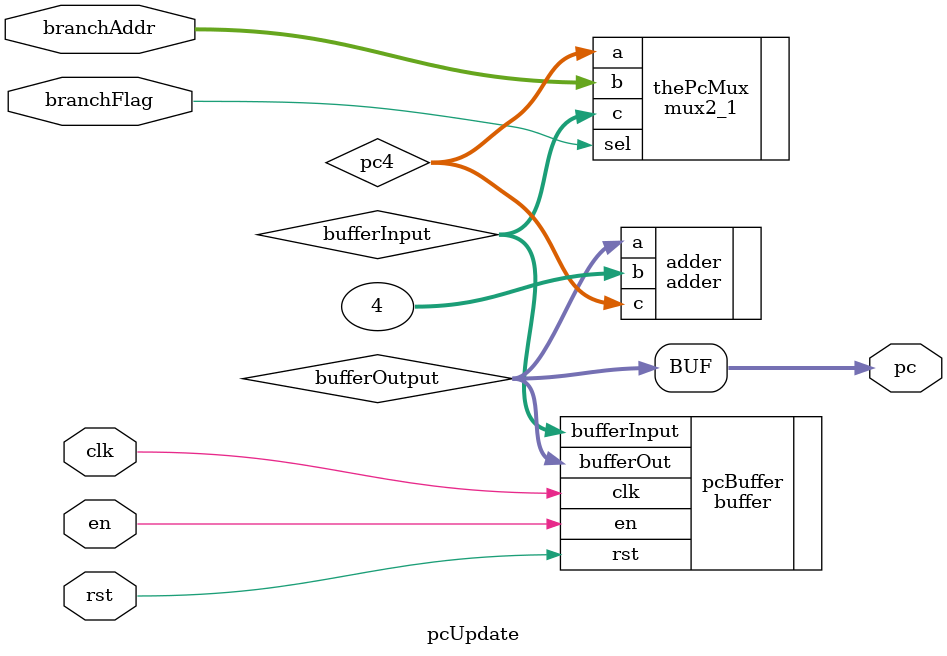
<source format=sv>
module pcUpdate(input clk,rst,en,branchFlag,input [23:0] branchAddr,output[23:0] pc);
	logic [23:0] pc4;
	logic [23:0] bufferInput,bufferOutput; 

	buffer #(.Buffer_size(24)) pcBuffer (.rst(rst),.clk(clk),.en(en),.bufferInput(bufferInput),.bufferOut(bufferOutput));
	adder #(.N(24)) adder (.a(bufferOutput),.b(4),.c(pc4));
	mux2_1 #(.N(24)) thePcMux(.a(pc4),.b(branchAddr),.c(bufferInput),.sel(branchFlag));
	
	assign pc=bufferOutput;
endmodule 
</source>
